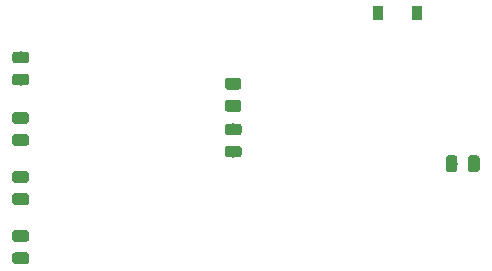
<source format=gbr>
G04 #@! TF.GenerationSoftware,KiCad,Pcbnew,(5.0.1)-3*
G04 #@! TF.CreationDate,2021-02-17T13:04:11+05:45*
G04 #@! TF.ProjectId,Logic-circuit,4C6F6769632D636972637569742E6B69,rev?*
G04 #@! TF.SameCoordinates,Original*
G04 #@! TF.FileFunction,Paste,Top*
G04 #@! TF.FilePolarity,Positive*
%FSLAX46Y46*%
G04 Gerber Fmt 4.6, Leading zero omitted, Abs format (unit mm)*
G04 Created by KiCad (PCBNEW (5.0.1)-3) date 2/17/2021 1:04:11 PM*
%MOMM*%
%LPD*%
G01*
G04 APERTURE LIST*
%ADD10C,0.100000*%
%ADD11C,0.975000*%
%ADD12R,0.900000X1.200000*%
G04 APERTURE END LIST*
D10*
G04 #@! TO.C,R1*
G36*
X79230142Y-78138674D02*
X79253803Y-78142184D01*
X79277007Y-78147996D01*
X79299529Y-78156054D01*
X79321153Y-78166282D01*
X79341670Y-78178579D01*
X79360883Y-78192829D01*
X79378607Y-78208893D01*
X79394671Y-78226617D01*
X79408921Y-78245830D01*
X79421218Y-78266347D01*
X79431446Y-78287971D01*
X79439504Y-78310493D01*
X79445316Y-78333697D01*
X79448826Y-78357358D01*
X79450000Y-78381250D01*
X79450000Y-78868750D01*
X79448826Y-78892642D01*
X79445316Y-78916303D01*
X79439504Y-78939507D01*
X79431446Y-78962029D01*
X79421218Y-78983653D01*
X79408921Y-79004170D01*
X79394671Y-79023383D01*
X79378607Y-79041107D01*
X79360883Y-79057171D01*
X79341670Y-79071421D01*
X79321153Y-79083718D01*
X79299529Y-79093946D01*
X79277007Y-79102004D01*
X79253803Y-79107816D01*
X79230142Y-79111326D01*
X79206250Y-79112500D01*
X78293750Y-79112500D01*
X78269858Y-79111326D01*
X78246197Y-79107816D01*
X78222993Y-79102004D01*
X78200471Y-79093946D01*
X78178847Y-79083718D01*
X78158330Y-79071421D01*
X78139117Y-79057171D01*
X78121393Y-79041107D01*
X78105329Y-79023383D01*
X78091079Y-79004170D01*
X78078782Y-78983653D01*
X78068554Y-78962029D01*
X78060496Y-78939507D01*
X78054684Y-78916303D01*
X78051174Y-78892642D01*
X78050000Y-78868750D01*
X78050000Y-78381250D01*
X78051174Y-78357358D01*
X78054684Y-78333697D01*
X78060496Y-78310493D01*
X78068554Y-78287971D01*
X78078782Y-78266347D01*
X78091079Y-78245830D01*
X78105329Y-78226617D01*
X78121393Y-78208893D01*
X78139117Y-78192829D01*
X78158330Y-78178579D01*
X78178847Y-78166282D01*
X78200471Y-78156054D01*
X78222993Y-78147996D01*
X78246197Y-78142184D01*
X78269858Y-78138674D01*
X78293750Y-78137500D01*
X79206250Y-78137500D01*
X79230142Y-78138674D01*
X79230142Y-78138674D01*
G37*
D11*
X78750000Y-78625000D03*
D10*
G36*
X79230142Y-76263674D02*
X79253803Y-76267184D01*
X79277007Y-76272996D01*
X79299529Y-76281054D01*
X79321153Y-76291282D01*
X79341670Y-76303579D01*
X79360883Y-76317829D01*
X79378607Y-76333893D01*
X79394671Y-76351617D01*
X79408921Y-76370830D01*
X79421218Y-76391347D01*
X79431446Y-76412971D01*
X79439504Y-76435493D01*
X79445316Y-76458697D01*
X79448826Y-76482358D01*
X79450000Y-76506250D01*
X79450000Y-76993750D01*
X79448826Y-77017642D01*
X79445316Y-77041303D01*
X79439504Y-77064507D01*
X79431446Y-77087029D01*
X79421218Y-77108653D01*
X79408921Y-77129170D01*
X79394671Y-77148383D01*
X79378607Y-77166107D01*
X79360883Y-77182171D01*
X79341670Y-77196421D01*
X79321153Y-77208718D01*
X79299529Y-77218946D01*
X79277007Y-77227004D01*
X79253803Y-77232816D01*
X79230142Y-77236326D01*
X79206250Y-77237500D01*
X78293750Y-77237500D01*
X78269858Y-77236326D01*
X78246197Y-77232816D01*
X78222993Y-77227004D01*
X78200471Y-77218946D01*
X78178847Y-77208718D01*
X78158330Y-77196421D01*
X78139117Y-77182171D01*
X78121393Y-77166107D01*
X78105329Y-77148383D01*
X78091079Y-77129170D01*
X78078782Y-77108653D01*
X78068554Y-77087029D01*
X78060496Y-77064507D01*
X78054684Y-77041303D01*
X78051174Y-77017642D01*
X78050000Y-76993750D01*
X78050000Y-76506250D01*
X78051174Y-76482358D01*
X78054684Y-76458697D01*
X78060496Y-76435493D01*
X78068554Y-76412971D01*
X78078782Y-76391347D01*
X78091079Y-76370830D01*
X78105329Y-76351617D01*
X78121393Y-76333893D01*
X78139117Y-76317829D01*
X78158330Y-76303579D01*
X78178847Y-76291282D01*
X78200471Y-76281054D01*
X78222993Y-76272996D01*
X78246197Y-76267184D01*
X78269858Y-76263674D01*
X78293750Y-76262500D01*
X79206250Y-76262500D01*
X79230142Y-76263674D01*
X79230142Y-76263674D01*
G37*
D11*
X78750000Y-76750000D03*
G04 #@! TD*
D10*
G04 #@! TO.C,R2*
G36*
X79230142Y-81388674D02*
X79253803Y-81392184D01*
X79277007Y-81397996D01*
X79299529Y-81406054D01*
X79321153Y-81416282D01*
X79341670Y-81428579D01*
X79360883Y-81442829D01*
X79378607Y-81458893D01*
X79394671Y-81476617D01*
X79408921Y-81495830D01*
X79421218Y-81516347D01*
X79431446Y-81537971D01*
X79439504Y-81560493D01*
X79445316Y-81583697D01*
X79448826Y-81607358D01*
X79450000Y-81631250D01*
X79450000Y-82118750D01*
X79448826Y-82142642D01*
X79445316Y-82166303D01*
X79439504Y-82189507D01*
X79431446Y-82212029D01*
X79421218Y-82233653D01*
X79408921Y-82254170D01*
X79394671Y-82273383D01*
X79378607Y-82291107D01*
X79360883Y-82307171D01*
X79341670Y-82321421D01*
X79321153Y-82333718D01*
X79299529Y-82343946D01*
X79277007Y-82352004D01*
X79253803Y-82357816D01*
X79230142Y-82361326D01*
X79206250Y-82362500D01*
X78293750Y-82362500D01*
X78269858Y-82361326D01*
X78246197Y-82357816D01*
X78222993Y-82352004D01*
X78200471Y-82343946D01*
X78178847Y-82333718D01*
X78158330Y-82321421D01*
X78139117Y-82307171D01*
X78121393Y-82291107D01*
X78105329Y-82273383D01*
X78091079Y-82254170D01*
X78078782Y-82233653D01*
X78068554Y-82212029D01*
X78060496Y-82189507D01*
X78054684Y-82166303D01*
X78051174Y-82142642D01*
X78050000Y-82118750D01*
X78050000Y-81631250D01*
X78051174Y-81607358D01*
X78054684Y-81583697D01*
X78060496Y-81560493D01*
X78068554Y-81537971D01*
X78078782Y-81516347D01*
X78091079Y-81495830D01*
X78105329Y-81476617D01*
X78121393Y-81458893D01*
X78139117Y-81442829D01*
X78158330Y-81428579D01*
X78178847Y-81416282D01*
X78200471Y-81406054D01*
X78222993Y-81397996D01*
X78246197Y-81392184D01*
X78269858Y-81388674D01*
X78293750Y-81387500D01*
X79206250Y-81387500D01*
X79230142Y-81388674D01*
X79230142Y-81388674D01*
G37*
D11*
X78750000Y-81875000D03*
D10*
G36*
X79230142Y-83263674D02*
X79253803Y-83267184D01*
X79277007Y-83272996D01*
X79299529Y-83281054D01*
X79321153Y-83291282D01*
X79341670Y-83303579D01*
X79360883Y-83317829D01*
X79378607Y-83333893D01*
X79394671Y-83351617D01*
X79408921Y-83370830D01*
X79421218Y-83391347D01*
X79431446Y-83412971D01*
X79439504Y-83435493D01*
X79445316Y-83458697D01*
X79448826Y-83482358D01*
X79450000Y-83506250D01*
X79450000Y-83993750D01*
X79448826Y-84017642D01*
X79445316Y-84041303D01*
X79439504Y-84064507D01*
X79431446Y-84087029D01*
X79421218Y-84108653D01*
X79408921Y-84129170D01*
X79394671Y-84148383D01*
X79378607Y-84166107D01*
X79360883Y-84182171D01*
X79341670Y-84196421D01*
X79321153Y-84208718D01*
X79299529Y-84218946D01*
X79277007Y-84227004D01*
X79253803Y-84232816D01*
X79230142Y-84236326D01*
X79206250Y-84237500D01*
X78293750Y-84237500D01*
X78269858Y-84236326D01*
X78246197Y-84232816D01*
X78222993Y-84227004D01*
X78200471Y-84218946D01*
X78178847Y-84208718D01*
X78158330Y-84196421D01*
X78139117Y-84182171D01*
X78121393Y-84166107D01*
X78105329Y-84148383D01*
X78091079Y-84129170D01*
X78078782Y-84108653D01*
X78068554Y-84087029D01*
X78060496Y-84064507D01*
X78054684Y-84041303D01*
X78051174Y-84017642D01*
X78050000Y-83993750D01*
X78050000Y-83506250D01*
X78051174Y-83482358D01*
X78054684Y-83458697D01*
X78060496Y-83435493D01*
X78068554Y-83412971D01*
X78078782Y-83391347D01*
X78091079Y-83370830D01*
X78105329Y-83351617D01*
X78121393Y-83333893D01*
X78139117Y-83317829D01*
X78158330Y-83303579D01*
X78178847Y-83291282D01*
X78200471Y-83281054D01*
X78222993Y-83272996D01*
X78246197Y-83267184D01*
X78269858Y-83263674D01*
X78293750Y-83262500D01*
X79206250Y-83262500D01*
X79230142Y-83263674D01*
X79230142Y-83263674D01*
G37*
D11*
X78750000Y-83750000D03*
G04 #@! TD*
D10*
G04 #@! TO.C,R3*
G36*
X79230142Y-88263674D02*
X79253803Y-88267184D01*
X79277007Y-88272996D01*
X79299529Y-88281054D01*
X79321153Y-88291282D01*
X79341670Y-88303579D01*
X79360883Y-88317829D01*
X79378607Y-88333893D01*
X79394671Y-88351617D01*
X79408921Y-88370830D01*
X79421218Y-88391347D01*
X79431446Y-88412971D01*
X79439504Y-88435493D01*
X79445316Y-88458697D01*
X79448826Y-88482358D01*
X79450000Y-88506250D01*
X79450000Y-88993750D01*
X79448826Y-89017642D01*
X79445316Y-89041303D01*
X79439504Y-89064507D01*
X79431446Y-89087029D01*
X79421218Y-89108653D01*
X79408921Y-89129170D01*
X79394671Y-89148383D01*
X79378607Y-89166107D01*
X79360883Y-89182171D01*
X79341670Y-89196421D01*
X79321153Y-89208718D01*
X79299529Y-89218946D01*
X79277007Y-89227004D01*
X79253803Y-89232816D01*
X79230142Y-89236326D01*
X79206250Y-89237500D01*
X78293750Y-89237500D01*
X78269858Y-89236326D01*
X78246197Y-89232816D01*
X78222993Y-89227004D01*
X78200471Y-89218946D01*
X78178847Y-89208718D01*
X78158330Y-89196421D01*
X78139117Y-89182171D01*
X78121393Y-89166107D01*
X78105329Y-89148383D01*
X78091079Y-89129170D01*
X78078782Y-89108653D01*
X78068554Y-89087029D01*
X78060496Y-89064507D01*
X78054684Y-89041303D01*
X78051174Y-89017642D01*
X78050000Y-88993750D01*
X78050000Y-88506250D01*
X78051174Y-88482358D01*
X78054684Y-88458697D01*
X78060496Y-88435493D01*
X78068554Y-88412971D01*
X78078782Y-88391347D01*
X78091079Y-88370830D01*
X78105329Y-88351617D01*
X78121393Y-88333893D01*
X78139117Y-88317829D01*
X78158330Y-88303579D01*
X78178847Y-88291282D01*
X78200471Y-88281054D01*
X78222993Y-88272996D01*
X78246197Y-88267184D01*
X78269858Y-88263674D01*
X78293750Y-88262500D01*
X79206250Y-88262500D01*
X79230142Y-88263674D01*
X79230142Y-88263674D01*
G37*
D11*
X78750000Y-88750000D03*
D10*
G36*
X79230142Y-86388674D02*
X79253803Y-86392184D01*
X79277007Y-86397996D01*
X79299529Y-86406054D01*
X79321153Y-86416282D01*
X79341670Y-86428579D01*
X79360883Y-86442829D01*
X79378607Y-86458893D01*
X79394671Y-86476617D01*
X79408921Y-86495830D01*
X79421218Y-86516347D01*
X79431446Y-86537971D01*
X79439504Y-86560493D01*
X79445316Y-86583697D01*
X79448826Y-86607358D01*
X79450000Y-86631250D01*
X79450000Y-87118750D01*
X79448826Y-87142642D01*
X79445316Y-87166303D01*
X79439504Y-87189507D01*
X79431446Y-87212029D01*
X79421218Y-87233653D01*
X79408921Y-87254170D01*
X79394671Y-87273383D01*
X79378607Y-87291107D01*
X79360883Y-87307171D01*
X79341670Y-87321421D01*
X79321153Y-87333718D01*
X79299529Y-87343946D01*
X79277007Y-87352004D01*
X79253803Y-87357816D01*
X79230142Y-87361326D01*
X79206250Y-87362500D01*
X78293750Y-87362500D01*
X78269858Y-87361326D01*
X78246197Y-87357816D01*
X78222993Y-87352004D01*
X78200471Y-87343946D01*
X78178847Y-87333718D01*
X78158330Y-87321421D01*
X78139117Y-87307171D01*
X78121393Y-87291107D01*
X78105329Y-87273383D01*
X78091079Y-87254170D01*
X78078782Y-87233653D01*
X78068554Y-87212029D01*
X78060496Y-87189507D01*
X78054684Y-87166303D01*
X78051174Y-87142642D01*
X78050000Y-87118750D01*
X78050000Y-86631250D01*
X78051174Y-86607358D01*
X78054684Y-86583697D01*
X78060496Y-86560493D01*
X78068554Y-86537971D01*
X78078782Y-86516347D01*
X78091079Y-86495830D01*
X78105329Y-86476617D01*
X78121393Y-86458893D01*
X78139117Y-86442829D01*
X78158330Y-86428579D01*
X78178847Y-86416282D01*
X78200471Y-86406054D01*
X78222993Y-86397996D01*
X78246197Y-86392184D01*
X78269858Y-86388674D01*
X78293750Y-86387500D01*
X79206250Y-86387500D01*
X79230142Y-86388674D01*
X79230142Y-86388674D01*
G37*
D11*
X78750000Y-86875000D03*
G04 #@! TD*
D10*
G04 #@! TO.C,R4*
G36*
X79230142Y-91388674D02*
X79253803Y-91392184D01*
X79277007Y-91397996D01*
X79299529Y-91406054D01*
X79321153Y-91416282D01*
X79341670Y-91428579D01*
X79360883Y-91442829D01*
X79378607Y-91458893D01*
X79394671Y-91476617D01*
X79408921Y-91495830D01*
X79421218Y-91516347D01*
X79431446Y-91537971D01*
X79439504Y-91560493D01*
X79445316Y-91583697D01*
X79448826Y-91607358D01*
X79450000Y-91631250D01*
X79450000Y-92118750D01*
X79448826Y-92142642D01*
X79445316Y-92166303D01*
X79439504Y-92189507D01*
X79431446Y-92212029D01*
X79421218Y-92233653D01*
X79408921Y-92254170D01*
X79394671Y-92273383D01*
X79378607Y-92291107D01*
X79360883Y-92307171D01*
X79341670Y-92321421D01*
X79321153Y-92333718D01*
X79299529Y-92343946D01*
X79277007Y-92352004D01*
X79253803Y-92357816D01*
X79230142Y-92361326D01*
X79206250Y-92362500D01*
X78293750Y-92362500D01*
X78269858Y-92361326D01*
X78246197Y-92357816D01*
X78222993Y-92352004D01*
X78200471Y-92343946D01*
X78178847Y-92333718D01*
X78158330Y-92321421D01*
X78139117Y-92307171D01*
X78121393Y-92291107D01*
X78105329Y-92273383D01*
X78091079Y-92254170D01*
X78078782Y-92233653D01*
X78068554Y-92212029D01*
X78060496Y-92189507D01*
X78054684Y-92166303D01*
X78051174Y-92142642D01*
X78050000Y-92118750D01*
X78050000Y-91631250D01*
X78051174Y-91607358D01*
X78054684Y-91583697D01*
X78060496Y-91560493D01*
X78068554Y-91537971D01*
X78078782Y-91516347D01*
X78091079Y-91495830D01*
X78105329Y-91476617D01*
X78121393Y-91458893D01*
X78139117Y-91442829D01*
X78158330Y-91428579D01*
X78178847Y-91416282D01*
X78200471Y-91406054D01*
X78222993Y-91397996D01*
X78246197Y-91392184D01*
X78269858Y-91388674D01*
X78293750Y-91387500D01*
X79206250Y-91387500D01*
X79230142Y-91388674D01*
X79230142Y-91388674D01*
G37*
D11*
X78750000Y-91875000D03*
D10*
G36*
X79230142Y-93263674D02*
X79253803Y-93267184D01*
X79277007Y-93272996D01*
X79299529Y-93281054D01*
X79321153Y-93291282D01*
X79341670Y-93303579D01*
X79360883Y-93317829D01*
X79378607Y-93333893D01*
X79394671Y-93351617D01*
X79408921Y-93370830D01*
X79421218Y-93391347D01*
X79431446Y-93412971D01*
X79439504Y-93435493D01*
X79445316Y-93458697D01*
X79448826Y-93482358D01*
X79450000Y-93506250D01*
X79450000Y-93993750D01*
X79448826Y-94017642D01*
X79445316Y-94041303D01*
X79439504Y-94064507D01*
X79431446Y-94087029D01*
X79421218Y-94108653D01*
X79408921Y-94129170D01*
X79394671Y-94148383D01*
X79378607Y-94166107D01*
X79360883Y-94182171D01*
X79341670Y-94196421D01*
X79321153Y-94208718D01*
X79299529Y-94218946D01*
X79277007Y-94227004D01*
X79253803Y-94232816D01*
X79230142Y-94236326D01*
X79206250Y-94237500D01*
X78293750Y-94237500D01*
X78269858Y-94236326D01*
X78246197Y-94232816D01*
X78222993Y-94227004D01*
X78200471Y-94218946D01*
X78178847Y-94208718D01*
X78158330Y-94196421D01*
X78139117Y-94182171D01*
X78121393Y-94166107D01*
X78105329Y-94148383D01*
X78091079Y-94129170D01*
X78078782Y-94108653D01*
X78068554Y-94087029D01*
X78060496Y-94064507D01*
X78054684Y-94041303D01*
X78051174Y-94017642D01*
X78050000Y-93993750D01*
X78050000Y-93506250D01*
X78051174Y-93482358D01*
X78054684Y-93458697D01*
X78060496Y-93435493D01*
X78068554Y-93412971D01*
X78078782Y-93391347D01*
X78091079Y-93370830D01*
X78105329Y-93351617D01*
X78121393Y-93333893D01*
X78139117Y-93317829D01*
X78158330Y-93303579D01*
X78178847Y-93291282D01*
X78200471Y-93281054D01*
X78222993Y-93272996D01*
X78246197Y-93267184D01*
X78269858Y-93263674D01*
X78293750Y-93262500D01*
X79206250Y-93262500D01*
X79230142Y-93263674D01*
X79230142Y-93263674D01*
G37*
D11*
X78750000Y-93750000D03*
G04 #@! TD*
D10*
G04 #@! TO.C,R5*
G36*
X97240142Y-82366174D02*
X97263803Y-82369684D01*
X97287007Y-82375496D01*
X97309529Y-82383554D01*
X97331153Y-82393782D01*
X97351670Y-82406079D01*
X97370883Y-82420329D01*
X97388607Y-82436393D01*
X97404671Y-82454117D01*
X97418921Y-82473330D01*
X97431218Y-82493847D01*
X97441446Y-82515471D01*
X97449504Y-82537993D01*
X97455316Y-82561197D01*
X97458826Y-82584858D01*
X97460000Y-82608750D01*
X97460000Y-83096250D01*
X97458826Y-83120142D01*
X97455316Y-83143803D01*
X97449504Y-83167007D01*
X97441446Y-83189529D01*
X97431218Y-83211153D01*
X97418921Y-83231670D01*
X97404671Y-83250883D01*
X97388607Y-83268607D01*
X97370883Y-83284671D01*
X97351670Y-83298921D01*
X97331153Y-83311218D01*
X97309529Y-83321446D01*
X97287007Y-83329504D01*
X97263803Y-83335316D01*
X97240142Y-83338826D01*
X97216250Y-83340000D01*
X96303750Y-83340000D01*
X96279858Y-83338826D01*
X96256197Y-83335316D01*
X96232993Y-83329504D01*
X96210471Y-83321446D01*
X96188847Y-83311218D01*
X96168330Y-83298921D01*
X96149117Y-83284671D01*
X96131393Y-83268607D01*
X96115329Y-83250883D01*
X96101079Y-83231670D01*
X96088782Y-83211153D01*
X96078554Y-83189529D01*
X96070496Y-83167007D01*
X96064684Y-83143803D01*
X96061174Y-83120142D01*
X96060000Y-83096250D01*
X96060000Y-82608750D01*
X96061174Y-82584858D01*
X96064684Y-82561197D01*
X96070496Y-82537993D01*
X96078554Y-82515471D01*
X96088782Y-82493847D01*
X96101079Y-82473330D01*
X96115329Y-82454117D01*
X96131393Y-82436393D01*
X96149117Y-82420329D01*
X96168330Y-82406079D01*
X96188847Y-82393782D01*
X96210471Y-82383554D01*
X96232993Y-82375496D01*
X96256197Y-82369684D01*
X96279858Y-82366174D01*
X96303750Y-82365000D01*
X97216250Y-82365000D01*
X97240142Y-82366174D01*
X97240142Y-82366174D01*
G37*
D11*
X96760000Y-82852500D03*
D10*
G36*
X97240142Y-84241174D02*
X97263803Y-84244684D01*
X97287007Y-84250496D01*
X97309529Y-84258554D01*
X97331153Y-84268782D01*
X97351670Y-84281079D01*
X97370883Y-84295329D01*
X97388607Y-84311393D01*
X97404671Y-84329117D01*
X97418921Y-84348330D01*
X97431218Y-84368847D01*
X97441446Y-84390471D01*
X97449504Y-84412993D01*
X97455316Y-84436197D01*
X97458826Y-84459858D01*
X97460000Y-84483750D01*
X97460000Y-84971250D01*
X97458826Y-84995142D01*
X97455316Y-85018803D01*
X97449504Y-85042007D01*
X97441446Y-85064529D01*
X97431218Y-85086153D01*
X97418921Y-85106670D01*
X97404671Y-85125883D01*
X97388607Y-85143607D01*
X97370883Y-85159671D01*
X97351670Y-85173921D01*
X97331153Y-85186218D01*
X97309529Y-85196446D01*
X97287007Y-85204504D01*
X97263803Y-85210316D01*
X97240142Y-85213826D01*
X97216250Y-85215000D01*
X96303750Y-85215000D01*
X96279858Y-85213826D01*
X96256197Y-85210316D01*
X96232993Y-85204504D01*
X96210471Y-85196446D01*
X96188847Y-85186218D01*
X96168330Y-85173921D01*
X96149117Y-85159671D01*
X96131393Y-85143607D01*
X96115329Y-85125883D01*
X96101079Y-85106670D01*
X96088782Y-85086153D01*
X96078554Y-85064529D01*
X96070496Y-85042007D01*
X96064684Y-85018803D01*
X96061174Y-84995142D01*
X96060000Y-84971250D01*
X96060000Y-84483750D01*
X96061174Y-84459858D01*
X96064684Y-84436197D01*
X96070496Y-84412993D01*
X96078554Y-84390471D01*
X96088782Y-84368847D01*
X96101079Y-84348330D01*
X96115329Y-84329117D01*
X96131393Y-84311393D01*
X96149117Y-84295329D01*
X96168330Y-84281079D01*
X96188847Y-84268782D01*
X96210471Y-84258554D01*
X96232993Y-84250496D01*
X96256197Y-84244684D01*
X96279858Y-84241174D01*
X96303750Y-84240000D01*
X97216250Y-84240000D01*
X97240142Y-84241174D01*
X97240142Y-84241174D01*
G37*
D11*
X96760000Y-84727500D03*
G04 #@! TD*
D10*
G04 #@! TO.C,R6*
G36*
X97230142Y-80371174D02*
X97253803Y-80374684D01*
X97277007Y-80380496D01*
X97299529Y-80388554D01*
X97321153Y-80398782D01*
X97341670Y-80411079D01*
X97360883Y-80425329D01*
X97378607Y-80441393D01*
X97394671Y-80459117D01*
X97408921Y-80478330D01*
X97421218Y-80498847D01*
X97431446Y-80520471D01*
X97439504Y-80542993D01*
X97445316Y-80566197D01*
X97448826Y-80589858D01*
X97450000Y-80613750D01*
X97450000Y-81101250D01*
X97448826Y-81125142D01*
X97445316Y-81148803D01*
X97439504Y-81172007D01*
X97431446Y-81194529D01*
X97421218Y-81216153D01*
X97408921Y-81236670D01*
X97394671Y-81255883D01*
X97378607Y-81273607D01*
X97360883Y-81289671D01*
X97341670Y-81303921D01*
X97321153Y-81316218D01*
X97299529Y-81326446D01*
X97277007Y-81334504D01*
X97253803Y-81340316D01*
X97230142Y-81343826D01*
X97206250Y-81345000D01*
X96293750Y-81345000D01*
X96269858Y-81343826D01*
X96246197Y-81340316D01*
X96222993Y-81334504D01*
X96200471Y-81326446D01*
X96178847Y-81316218D01*
X96158330Y-81303921D01*
X96139117Y-81289671D01*
X96121393Y-81273607D01*
X96105329Y-81255883D01*
X96091079Y-81236670D01*
X96078782Y-81216153D01*
X96068554Y-81194529D01*
X96060496Y-81172007D01*
X96054684Y-81148803D01*
X96051174Y-81125142D01*
X96050000Y-81101250D01*
X96050000Y-80613750D01*
X96051174Y-80589858D01*
X96054684Y-80566197D01*
X96060496Y-80542993D01*
X96068554Y-80520471D01*
X96078782Y-80498847D01*
X96091079Y-80478330D01*
X96105329Y-80459117D01*
X96121393Y-80441393D01*
X96139117Y-80425329D01*
X96158330Y-80411079D01*
X96178847Y-80398782D01*
X96200471Y-80388554D01*
X96222993Y-80380496D01*
X96246197Y-80374684D01*
X96269858Y-80371174D01*
X96293750Y-80370000D01*
X97206250Y-80370000D01*
X97230142Y-80371174D01*
X97230142Y-80371174D01*
G37*
D11*
X96750000Y-80857500D03*
D10*
G36*
X97230142Y-78496174D02*
X97253803Y-78499684D01*
X97277007Y-78505496D01*
X97299529Y-78513554D01*
X97321153Y-78523782D01*
X97341670Y-78536079D01*
X97360883Y-78550329D01*
X97378607Y-78566393D01*
X97394671Y-78584117D01*
X97408921Y-78603330D01*
X97421218Y-78623847D01*
X97431446Y-78645471D01*
X97439504Y-78667993D01*
X97445316Y-78691197D01*
X97448826Y-78714858D01*
X97450000Y-78738750D01*
X97450000Y-79226250D01*
X97448826Y-79250142D01*
X97445316Y-79273803D01*
X97439504Y-79297007D01*
X97431446Y-79319529D01*
X97421218Y-79341153D01*
X97408921Y-79361670D01*
X97394671Y-79380883D01*
X97378607Y-79398607D01*
X97360883Y-79414671D01*
X97341670Y-79428921D01*
X97321153Y-79441218D01*
X97299529Y-79451446D01*
X97277007Y-79459504D01*
X97253803Y-79465316D01*
X97230142Y-79468826D01*
X97206250Y-79470000D01*
X96293750Y-79470000D01*
X96269858Y-79468826D01*
X96246197Y-79465316D01*
X96222993Y-79459504D01*
X96200471Y-79451446D01*
X96178847Y-79441218D01*
X96158330Y-79428921D01*
X96139117Y-79414671D01*
X96121393Y-79398607D01*
X96105329Y-79380883D01*
X96091079Y-79361670D01*
X96078782Y-79341153D01*
X96068554Y-79319529D01*
X96060496Y-79297007D01*
X96054684Y-79273803D01*
X96051174Y-79250142D01*
X96050000Y-79226250D01*
X96050000Y-78738750D01*
X96051174Y-78714858D01*
X96054684Y-78691197D01*
X96060496Y-78667993D01*
X96068554Y-78645471D01*
X96078782Y-78623847D01*
X96091079Y-78603330D01*
X96105329Y-78584117D01*
X96121393Y-78566393D01*
X96139117Y-78550329D01*
X96158330Y-78536079D01*
X96178847Y-78523782D01*
X96200471Y-78513554D01*
X96222993Y-78505496D01*
X96246197Y-78499684D01*
X96269858Y-78496174D01*
X96293750Y-78495000D01*
X97206250Y-78495000D01*
X97230142Y-78496174D01*
X97230142Y-78496174D01*
G37*
D11*
X96750000Y-78982500D03*
G04 #@! TD*
D12*
G04 #@! TO.C,D1*
X112300000Y-73000000D03*
X109000000Y-73000000D03*
G04 #@! TD*
D10*
G04 #@! TO.C,R7*
G36*
X117393142Y-85051174D02*
X117416803Y-85054684D01*
X117440007Y-85060496D01*
X117462529Y-85068554D01*
X117484153Y-85078782D01*
X117504670Y-85091079D01*
X117523883Y-85105329D01*
X117541607Y-85121393D01*
X117557671Y-85139117D01*
X117571921Y-85158330D01*
X117584218Y-85178847D01*
X117594446Y-85200471D01*
X117602504Y-85222993D01*
X117608316Y-85246197D01*
X117611826Y-85269858D01*
X117613000Y-85293750D01*
X117613000Y-86206250D01*
X117611826Y-86230142D01*
X117608316Y-86253803D01*
X117602504Y-86277007D01*
X117594446Y-86299529D01*
X117584218Y-86321153D01*
X117571921Y-86341670D01*
X117557671Y-86360883D01*
X117541607Y-86378607D01*
X117523883Y-86394671D01*
X117504670Y-86408921D01*
X117484153Y-86421218D01*
X117462529Y-86431446D01*
X117440007Y-86439504D01*
X117416803Y-86445316D01*
X117393142Y-86448826D01*
X117369250Y-86450000D01*
X116881750Y-86450000D01*
X116857858Y-86448826D01*
X116834197Y-86445316D01*
X116810993Y-86439504D01*
X116788471Y-86431446D01*
X116766847Y-86421218D01*
X116746330Y-86408921D01*
X116727117Y-86394671D01*
X116709393Y-86378607D01*
X116693329Y-86360883D01*
X116679079Y-86341670D01*
X116666782Y-86321153D01*
X116656554Y-86299529D01*
X116648496Y-86277007D01*
X116642684Y-86253803D01*
X116639174Y-86230142D01*
X116638000Y-86206250D01*
X116638000Y-85293750D01*
X116639174Y-85269858D01*
X116642684Y-85246197D01*
X116648496Y-85222993D01*
X116656554Y-85200471D01*
X116666782Y-85178847D01*
X116679079Y-85158330D01*
X116693329Y-85139117D01*
X116709393Y-85121393D01*
X116727117Y-85105329D01*
X116746330Y-85091079D01*
X116766847Y-85078782D01*
X116788471Y-85068554D01*
X116810993Y-85060496D01*
X116834197Y-85054684D01*
X116857858Y-85051174D01*
X116881750Y-85050000D01*
X117369250Y-85050000D01*
X117393142Y-85051174D01*
X117393142Y-85051174D01*
G37*
D11*
X117125500Y-85750000D03*
D10*
G36*
X115518142Y-85051174D02*
X115541803Y-85054684D01*
X115565007Y-85060496D01*
X115587529Y-85068554D01*
X115609153Y-85078782D01*
X115629670Y-85091079D01*
X115648883Y-85105329D01*
X115666607Y-85121393D01*
X115682671Y-85139117D01*
X115696921Y-85158330D01*
X115709218Y-85178847D01*
X115719446Y-85200471D01*
X115727504Y-85222993D01*
X115733316Y-85246197D01*
X115736826Y-85269858D01*
X115738000Y-85293750D01*
X115738000Y-86206250D01*
X115736826Y-86230142D01*
X115733316Y-86253803D01*
X115727504Y-86277007D01*
X115719446Y-86299529D01*
X115709218Y-86321153D01*
X115696921Y-86341670D01*
X115682671Y-86360883D01*
X115666607Y-86378607D01*
X115648883Y-86394671D01*
X115629670Y-86408921D01*
X115609153Y-86421218D01*
X115587529Y-86431446D01*
X115565007Y-86439504D01*
X115541803Y-86445316D01*
X115518142Y-86448826D01*
X115494250Y-86450000D01*
X115006750Y-86450000D01*
X114982858Y-86448826D01*
X114959197Y-86445316D01*
X114935993Y-86439504D01*
X114913471Y-86431446D01*
X114891847Y-86421218D01*
X114871330Y-86408921D01*
X114852117Y-86394671D01*
X114834393Y-86378607D01*
X114818329Y-86360883D01*
X114804079Y-86341670D01*
X114791782Y-86321153D01*
X114781554Y-86299529D01*
X114773496Y-86277007D01*
X114767684Y-86253803D01*
X114764174Y-86230142D01*
X114763000Y-86206250D01*
X114763000Y-85293750D01*
X114764174Y-85269858D01*
X114767684Y-85246197D01*
X114773496Y-85222993D01*
X114781554Y-85200471D01*
X114791782Y-85178847D01*
X114804079Y-85158330D01*
X114818329Y-85139117D01*
X114834393Y-85121393D01*
X114852117Y-85105329D01*
X114871330Y-85091079D01*
X114891847Y-85078782D01*
X114913471Y-85068554D01*
X114935993Y-85060496D01*
X114959197Y-85054684D01*
X114982858Y-85051174D01*
X115006750Y-85050000D01*
X115494250Y-85050000D01*
X115518142Y-85051174D01*
X115518142Y-85051174D01*
G37*
D11*
X115250500Y-85750000D03*
G04 #@! TD*
M02*

</source>
